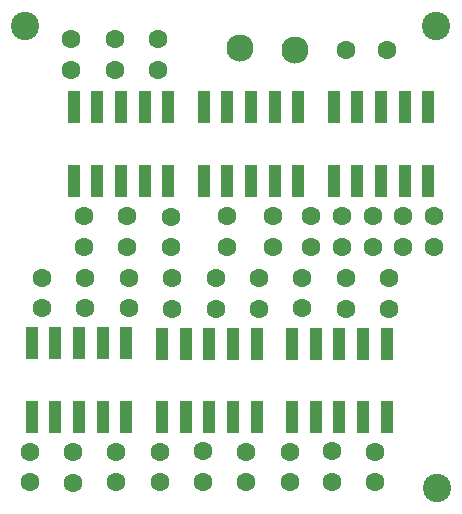
<source format=gbr>
%TF.GenerationSoftware,KiCad,Pcbnew,9.0.0*%
%TF.CreationDate,2025-03-10T21:20:54+01:00*%
%TF.ProjectId,connecteur,636f6e6e-6563-4746-9575-722e6b696361,rev?*%
%TF.SameCoordinates,Original*%
%TF.FileFunction,Soldermask,Bot*%
%TF.FilePolarity,Negative*%
%FSLAX46Y46*%
G04 Gerber Fmt 4.6, Leading zero omitted, Abs format (unit mm)*
G04 Created by KiCad (PCBNEW 9.0.0) date 2025-03-10 21:20:54*
%MOMM*%
%LPD*%
G01*
G04 APERTURE LIST*
%ADD10C,1.600000*%
%ADD11C,2.400000*%
%ADD12C,2.300000*%
%ADD13R,1.000000X2.750000*%
G04 APERTURE END LIST*
D10*
%TO.C,J8*%
X176950000Y-103620000D03*
%TD*%
%TO.C,J25*%
X169640000Y-103630000D03*
%TD*%
D11*
%TO.C,H3*%
X184650000Y-121380000D03*
%TD*%
D10*
%TO.C,J74*%
X176630000Y-101020000D03*
%TD*%
%TO.C,J3*%
X175800000Y-118290000D03*
%TD*%
%TO.C,J9*%
X180640000Y-103620000D03*
%TD*%
%TO.C,J36*%
X157420000Y-86010000D03*
%TD*%
%TO.C,J49*%
X154770000Y-98410000D03*
%TD*%
%TO.C,J1*%
X179480000Y-120940000D03*
%TD*%
D11*
%TO.C,H1*%
X149820000Y-82340000D03*
%TD*%
D10*
%TO.C,J7*%
X184430000Y-101020000D03*
%TD*%
D12*
%TO.C,J27*%
X168050000Y-84200000D03*
%TD*%
D10*
%TO.C,J41*%
X170770000Y-98400000D03*
%TD*%
%TO.C,J34*%
X174030000Y-101010000D03*
%TD*%
%TO.C,J73*%
X154760000Y-101010000D03*
%TD*%
%TO.C,J68*%
X151220000Y-106210000D03*
%TD*%
%TO.C,J17*%
X161210000Y-118340000D03*
%TD*%
D12*
%TO.C,J50*%
X172700000Y-84300000D03*
%TD*%
D10*
%TO.C,J23*%
X176950000Y-84350000D03*
%TD*%
D11*
%TO.C,H2*%
X184640000Y-82280000D03*
%TD*%
D10*
%TO.C,J40*%
X153710000Y-83390000D03*
%TD*%
%TO.C,J65*%
X179230000Y-101020000D03*
%TD*%
%TO.C,J63*%
X151220000Y-103610000D03*
%TD*%
%TO.C,J42*%
X170770000Y-101000000D03*
%TD*%
%TO.C,J76*%
X181830000Y-101020000D03*
%TD*%
%TO.C,J69*%
X154910000Y-106210000D03*
%TD*%
%TO.C,J46*%
X176630000Y-98410000D03*
%TD*%
%TO.C,J5*%
X172230000Y-118340000D03*
%TD*%
%TO.C,J14*%
X161100000Y-83400000D03*
%TD*%
%TO.C,J60*%
X168550000Y-118340000D03*
%TD*%
%TO.C,J6*%
X162280000Y-103640000D03*
%TD*%
%TO.C,J51*%
X162140000Y-101040000D03*
%TD*%
%TO.C,J77*%
X180450000Y-84300000D03*
%TD*%
%TO.C,J75*%
X184430000Y-98420000D03*
%TD*%
%TO.C,J2*%
X169640000Y-106240000D03*
%TD*%
%TO.C,J53*%
X162140000Y-98440000D03*
%TD*%
%TO.C,J58*%
X153840000Y-118360000D03*
%TD*%
%TO.C,J47*%
X157470000Y-118330000D03*
%TD*%
%TO.C,J29*%
X165960000Y-106220000D03*
%TD*%
%TO.C,J12*%
X176950000Y-106230000D03*
%TD*%
%TO.C,J38*%
X166950000Y-101010000D03*
%TD*%
%TO.C,J39*%
X161100000Y-86000000D03*
%TD*%
%TO.C,J59*%
X150190000Y-118350000D03*
%TD*%
%TO.C,J52*%
X158460000Y-101010000D03*
%TD*%
%TO.C,J37*%
X166940000Y-98410000D03*
%TD*%
%TO.C,J48*%
X158460000Y-98400000D03*
%TD*%
%TO.C,J43*%
X157410000Y-83400000D03*
%TD*%
%TO.C,J21*%
X179480000Y-118340000D03*
%TD*%
%TO.C,J55*%
X179230000Y-98420000D03*
%TD*%
%TO.C,J61*%
X157490000Y-120950000D03*
%TD*%
%TO.C,J22*%
X165960000Y-103620000D03*
%TD*%
%TO.C,J44*%
X150190000Y-120950000D03*
%TD*%
%TO.C,J18*%
X168550000Y-120940000D03*
%TD*%
%TO.C,J30*%
X161210000Y-120940000D03*
%TD*%
%TO.C,J45*%
X180640000Y-106230000D03*
%TD*%
%TO.C,J56*%
X158600000Y-106210000D03*
%TD*%
%TO.C,J72*%
X174030000Y-98400000D03*
%TD*%
%TO.C,J70*%
X172230000Y-120940000D03*
%TD*%
%TO.C,J15*%
X153720000Y-86000000D03*
%TD*%
%TO.C,J66*%
X154910000Y-103610000D03*
%TD*%
%TO.C,J62*%
X153840000Y-120960000D03*
%TD*%
%TO.C,J19*%
X164860000Y-120910000D03*
%TD*%
%TO.C,J4*%
X175800000Y-120900000D03*
%TD*%
%TO.C,J11*%
X173260000Y-106210000D03*
%TD*%
%TO.C,J16*%
X164860000Y-118300000D03*
%TD*%
%TO.C,J26*%
X162280000Y-106240000D03*
%TD*%
%TO.C,J64*%
X181830000Y-98420000D03*
%TD*%
%TO.C,J67*%
X158600000Y-103610000D03*
%TD*%
%TO.C,J20*%
X173270000Y-103610000D03*
%TD*%
D13*
%TO.C,J54*%
X175940000Y-95415000D03*
X175940000Y-89165000D03*
X177940000Y-95415000D03*
X177940000Y-89165000D03*
X179940000Y-95415000D03*
X179940000Y-89165000D03*
X181940000Y-95415000D03*
X181940000Y-89165000D03*
X183940000Y-95415000D03*
X183940000Y-89165000D03*
%TD*%
%TO.C,J13*%
X158370000Y-109175000D03*
X158370000Y-115425000D03*
X156370000Y-109175000D03*
X156370000Y-115425000D03*
X154370000Y-109175000D03*
X154370000Y-115425000D03*
X152370000Y-109175000D03*
X152370000Y-115425000D03*
X150370000Y-109175000D03*
X150370000Y-115425000D03*
%TD*%
%TO.C,J57*%
X180420000Y-109185000D03*
X180420000Y-115435000D03*
X178420000Y-109185000D03*
X178420000Y-115435000D03*
X176420000Y-109185000D03*
X176420000Y-115435000D03*
X174420000Y-109185000D03*
X174420000Y-115435000D03*
X172420000Y-109185000D03*
X172420000Y-115435000D03*
%TD*%
%TO.C,J10*%
X153930000Y-95425000D03*
X153930000Y-89175000D03*
X155930000Y-95425000D03*
X155930000Y-89175000D03*
X157930000Y-95425000D03*
X157930000Y-89175000D03*
X159930000Y-95425000D03*
X159930000Y-89175000D03*
X161930000Y-95425000D03*
X161930000Y-89175000D03*
%TD*%
%TO.C,J32*%
X164940000Y-95425000D03*
X164940000Y-89175000D03*
X166940000Y-95425000D03*
X166940000Y-89175000D03*
X168940000Y-95425000D03*
X168940000Y-89175000D03*
X170940000Y-95425000D03*
X170940000Y-89175000D03*
X172940000Y-95425000D03*
X172940000Y-89175000D03*
%TD*%
%TO.C,J35*%
X169410000Y-109185000D03*
X169410000Y-115435000D03*
X167410000Y-109185000D03*
X167410000Y-115435000D03*
X165410000Y-109185000D03*
X165410000Y-115435000D03*
X163410000Y-109185000D03*
X163410000Y-115435000D03*
X161410000Y-109185000D03*
X161410000Y-115435000D03*
%TD*%
M02*

</source>
